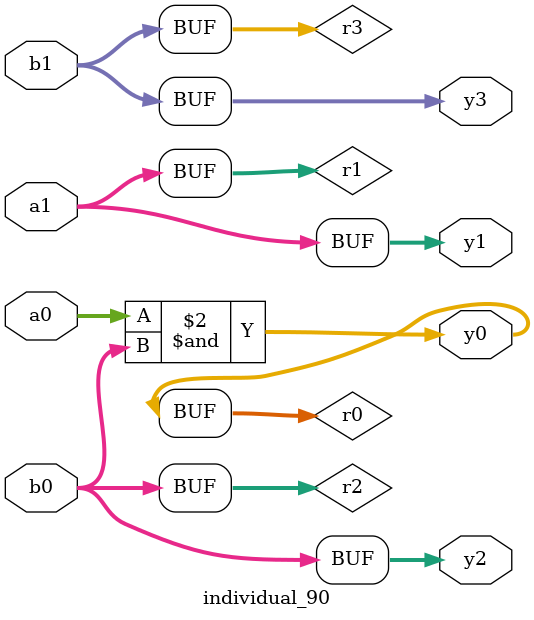
<source format=sv>
module individual_90(input logic [15:0] a1, input logic [15:0] a0, input logic [15:0] b1, input logic [15:0] b0, output logic [15:0] y3, output logic [15:0] y2, output logic [15:0] y1, output logic [15:0] y0);
logic [15:0] r0, r1, r2, r3; 
 always@(*) begin 
	 r0 = a0; r1 = a1; r2 = b0; r3 = b1; 
 	 r0  &=  b0 ;
 	 y3 = r3; y2 = r2; y1 = r1; y0 = r0; 
end
endmodule
</source>
